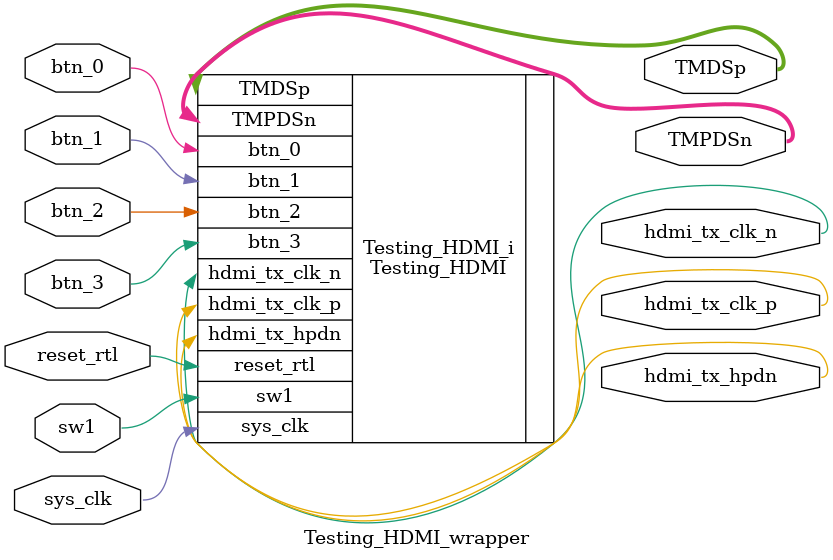
<source format=v>
`timescale 1 ps / 1 ps

module Testing_HDMI_wrapper
   (TMDSp,
    TMPDSn,
    btn_0,
    btn_1,
    btn_2,
    btn_3,
    hdmi_tx_clk_n,
    hdmi_tx_clk_p,
    hdmi_tx_hpdn,
    reset_rtl,
    sw1,
    sys_clk);
  output [2:0]TMDSp;
  output [2:0]TMPDSn;
  input btn_0;
  input btn_1;
  input btn_2;
  input btn_3;
  output hdmi_tx_clk_n;
  output hdmi_tx_clk_p;
  output hdmi_tx_hpdn;
  input reset_rtl;
  input sw1;
  input sys_clk;

  wire [2:0]TMDSp;
  wire [2:0]TMPDSn;
  wire btn_0;
  wire btn_1;
  wire btn_2;
  wire btn_3;
  wire hdmi_tx_clk_n;
  wire hdmi_tx_clk_p;
  wire hdmi_tx_hpdn;
  wire reset_rtl;
  wire sw1;
  wire sys_clk;

  Testing_HDMI Testing_HDMI_i
       (.TMDSp(TMDSp),
        .TMPDSn(TMPDSn),
        .btn_0(btn_0),
        .btn_1(btn_1),
        .btn_2(btn_2),
        .btn_3(btn_3),
        .hdmi_tx_clk_n(hdmi_tx_clk_n),
        .hdmi_tx_clk_p(hdmi_tx_clk_p),
        .hdmi_tx_hpdn(hdmi_tx_hpdn),
        .reset_rtl(reset_rtl),
        .sw1(sw1),
        .sys_clk(sys_clk));
endmodule

</source>
